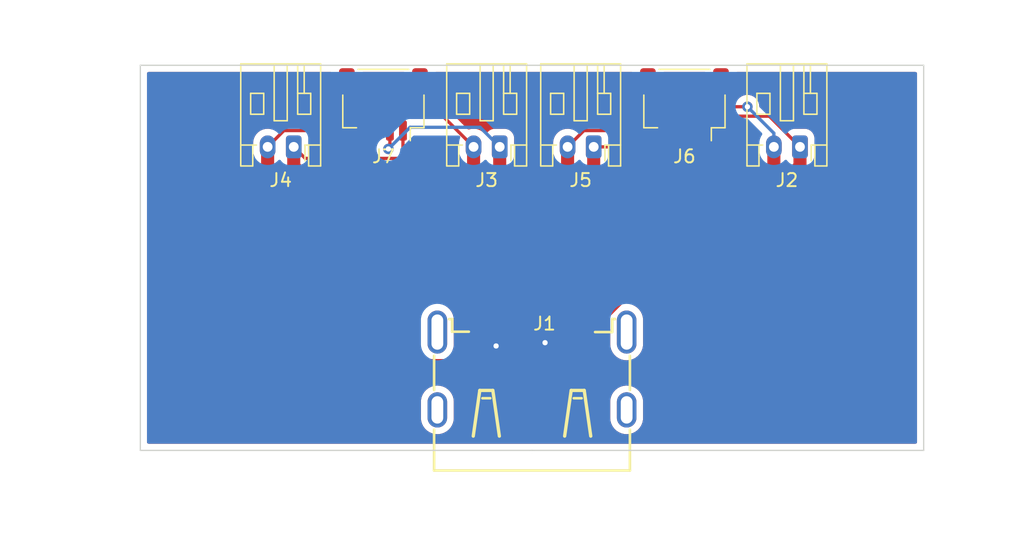
<source format=kicad_pcb>
(kicad_pcb (version 20211014) (generator pcbnew)
  (layers (0 "F.Cu" signal) (31 "B.Cu" signal) (34 "B.Paste" user) (35 "F.Paste" user) (36 "B.SilkS" user "B.Silkscreen") (37 "F.SilkS" user "F.Silkscreen") (38 "B.Mask" user) (39 "F.Mask" user) (44 "Edge.Cuts" user))
  (net 0 "")
  (net 1 "Net-(J1-Pad1)")
  (net 2 "GND")
  (net 3 "Net-(J1-Pad3)")
  (net 4 "Net-(J1-Pad4)")
  (net 5 "Net-(J1-Pad6)")
  (net 6 "Net-(J1-Pad7)")
  (net 7 "Net-(J1-Pad9)")
  (net 8 "Net-(J1-Pad10)")
  (net 9 "Net-(J1-Pad12)")
  (footprint "Connector_JST:JST_PH_S2B-PH-K_1x02_P2.00mm_Horizontal" (layer "F.Cu") (at -2.474 -16.75 180)
    (fp_text reference "J3" (at 1 -2.55) (layer "F.SilkS"))
    (fp_text value "Conn_01x02")
    (fp_line (start -1.14 -1.46) (end -2.06 -1.46) (layer "F.SilkS") (width 0.12))
    (fp_line (start -0.3 2.5) (end -1.3 2.5) (layer "F.SilkS") (width 0.12))
    (fp_line (start 4.06 6.36) (end 4.06 -1.46) (layer "F.SilkS") (width 0.12))
    (fp_line (start -0.86 0.14) (end -1.14 0.14) (layer "F.SilkS") (width 0.12))
    (fp_line (start 2.3 2.5) (end 3.3 2.5) (layer "F.SilkS") (width 0.12))
    (fp_line (start -0.86 0.14) (end -0.86 -1.075) (layer "F.SilkS") (width 0.12))
    (fp_line (start 1.5 2) (end 1.5 6.36) (layer "F.SilkS") (width 0.12))
    (fp_line (start 3.3 4.1) (end 2.3 4.1) (layer "F.SilkS") (width 0.12))
    (fp_line (start 0.5 2) (end 1.5 2) (layer "F.SilkS") (width 0.12))
    (fp_line (start -0.3 4.1) (end -0.3 2.5) (layer "F.SilkS") (width 0.12))
    (fp_line (start 2.3 4.1) (end 2.3 2.5) (layer "F.SilkS") (width 0.12))
    (fp_line (start -1.3 2.5) (end -1.3 4.1) (layer "F.SilkS") (width 0.12))
    (fp_line (start -1.14 0.14) (end -1.14 -1.46) (layer "F.SilkS") (width 0.12))
    (fp_line (start -2.06 0.14) (end -1.14 0.14) (layer "F.SilkS") (width 0.12))
    (fp_line (start 3.14 -1.46) (end 3.14 0.14) (layer "F.SilkS") (width 0.12))
    (fp_line (start 3.3 2.5) (end 3.3 4.1) (layer "F.SilkS") (width 0.12))
    (fp_line (start 3.14 0.14) (end 2.86 0.14) (layer "F.SilkS") (width 0.12))
    (fp_line (start -1.3 4.1) (end -0.3 4.1) (layer "F.SilkS") (width 0.12))
    (fp_line (start 4.06 0.14) (end 3.14 0.14) (layer "F.SilkS") (width 0.12))
    (fp_line (start -0.8 4.1) (end -0.8 6.36) (layer "F.SilkS") (width 0.12))
    (fp_line (start -2.06 6.36) (end 4.06 6.36) (layer "F.SilkS") (width 0.12))
    (fp_line (start -0.3 4.1) (end -0.3 6.36) (layer "F.SilkS") (width 0.12))
    (fp_line (start -2.06 -1.46) (end -2.06 6.36) (layer "F.SilkS") (width 0.12))
    (fp_line (start 0.5 6.36) (end 0.5 2) (layer "F.SilkS") (width 0.12))
    (fp_line (start 4.06 -1.46) (end 3.14 -1.46) (layer "F.SilkS") (width 0.12))
    (pad "1" thru_hole roundrect (at 0 0 180) (size 1.2 1.75) (drill 0.75) (layers *.Cu *.Mask) (roundrect_rratio 0.2083333333) (net 6 "Net-(J1-Pad7)"))
    (pad "2" thru_hole oval (at 2 0 180) (size 1.2 1.75) (drill 0.75) (layers *.Cu *.Mask) (net 7 "Net-(J1-Pad9)"))
  )
  (footprint "Connector_JST:JST_PH_S2B-PH-K_1x02_P2.00mm_Horizontal" (layer "F.Cu") (at 4.726 -16.75 180)
    (fp_text reference "J5" (at 1 -2.55) (layer "F.SilkS"))
    (fp_text value "Conn_01x02")
    (fp_line (start 4.06 6.36) (end 4.06 -1.46) (layer "F.SilkS") (width 0.12))
    (fp_line (start 3.3 2.5) (end 3.3 4.1) (layer "F.SilkS") (width 0.12))
    (fp_line (start -1.14 0.14) (end -1.14 -1.46) (layer "F.SilkS") (width 0.12))
    (fp_line (start 0.5 6.36) (end 0.5 2) (layer "F.SilkS") (width 0.12))
    (fp_line (start -2.06 6.36) (end 4.06 6.36) (layer "F.SilkS") (width 0.12))
    (fp_line (start 2.3 2.5) (end 3.3 2.5) (layer "F.SilkS") (width 0.12))
    (fp_line (start -1.3 2.5) (end -1.3 4.1) (layer "F.SilkS") (width 0.12))
    (fp_line (start 4.06 0.14) (end 3.14 0.14) (layer "F.SilkS") (width 0.12))
    (fp_line (start 3.3 4.1) (end 2.3 4.1) (layer "F.SilkS") (width 0.12))
    (fp_line (start -0.3 2.5) (end -1.3 2.5) (layer "F.SilkS") (width 0.12))
    (fp_line (start -0.86 0.14) (end -0.86 -1.075) (layer "F.SilkS") (width 0.12))
    (fp_line (start -0.8 4.1) (end -0.8 6.36) (layer "F.SilkS") (width 0.12))
    (fp_line (start -0.3 4.1) (end -0.3 6.36) (layer "F.SilkS") (width 0.12))
    (fp_line (start -0.86 0.14) (end -1.14 0.14) (layer "F.SilkS") (width 0.12))
    (fp_line (start 0.5 2) (end 1.5 2) (layer "F.SilkS") (width 0.12))
    (fp_line (start -1.3 4.1) (end -0.3 4.1) (layer "F.SilkS") (width 0.12))
    (fp_line (start -2.06 -1.46) (end -2.06 6.36) (layer "F.SilkS") (width 0.12))
    (fp_line (start 3.14 0.14) (end 2.86 0.14) (layer "F.SilkS") (width 0.12))
    (fp_line (start 3.14 -1.46) (end 3.14 0.14) (layer "F.SilkS") (width 0.12))
    (fp_line (start -0.3 4.1) (end -0.3 2.5) (layer "F.SilkS") (width 0.12))
    (fp_line (start -2.06 0.14) (end -1.14 0.14) (layer "F.SilkS") (width 0.12))
    (fp_line (start 4.06 -1.46) (end 3.14 -1.46) (layer "F.SilkS") (width 0.12))
    (fp_line (start 2.3 4.1) (end 2.3 2.5) (layer "F.SilkS") (width 0.12))
    (fp_line (start -1.14 -1.46) (end -2.06 -1.46) (layer "F.SilkS") (width 0.12))
    (fp_line (start 1.5 2) (end 1.5 6.36) (layer "F.SilkS") (width 0.12))
    (pad "1" thru_hole roundrect (at 0 0 180) (size 1.2 1.75) (drill 0.75) (layers *.Cu *.Mask) (roundrect_rratio 0.2083333333) (net 4 "Net-(J1-Pad4)"))
    (pad "2" thru_hole oval (at 2 0 180) (size 1.2 1.75) (drill 0.75) (layers *.Cu *.Mask) (net 5 "Net-(J1-Pad6)"))
  )
  (footprint "Connector_JST:JST_SH_SM04B-SRSS-TB_1x04-1MP_P1.00mm_Horizontal" (layer "F.Cu") (at 11.676 -20 180)
    (fp_text reference "J6" (at 0 -3.98) (layer "F.SilkS"))
    (fp_text value "Conn_01x04")
    (fp_line (start -2.06 -1.785) (end -2.06 -2.775) (layer "F.SilkS") (width 0.12))
    (fp_line (start -3.11 0.715) (end -3.11 -1.785) (layer "F.SilkS") (width 0.12))
    (fp_line (start -3.11 -1.785) (end -2.06 -1.785) (layer "F.SilkS") (width 0.12))
    (fp_line (start -1.94 2.685) (end 1.94 2.685) (layer "F.SilkS") (width 0.12))
    (fp_line (start 3.11 -1.785) (end 2.06 -1.785) (layer "F.SilkS") (width 0.12))
    (fp_line (start 3.11 0.715) (end 3.11 -1.785) (layer "F.SilkS") (width 0.12))
    (pad "1" smd roundrect (at -1.5 -2 180) (size 0.6 1.55) (layers "F.Cu" "F.Paste" "F.Mask") (net 4 "Net-(J1-Pad4)"))
    (pad "2" smd roundrect (at -0.5 -2 180) (size 0.6 1.55) (layers "F.Cu" "F.Paste" "F.Mask") (net 1 "Net-(J1-Pad1)"))
    (pad "3" smd roundrect (at 0.5 -2 180) (size 0.6 1.55) (layers "F.Cu" "F.Paste" "F.Mask") (net 3 "Net-(J1-Pad3)"))
    (pad "4" smd roundrect (at 1.5 -2 180) (size 0.6 1.55) (layers "F.Cu" "F.Paste" "F.Mask") (net 5 "Net-(J1-Pad6)"))
    (pad "MP" smd roundrect (at -2.8 1.875 180) (size 1.2 1.8) (layers "F.Cu" "F.Paste" "F.Mask") (roundrect_rratio 0.2083333333))
    (pad "MP" smd roundrect (at 2.8 1.875 180) (size 1.2 1.8) (layers "F.Cu" "F.Paste" "F.Mask") (roundrect_rratio 0.2083333333))
  )
  (footprint "Connector_JST:JST_PH_S2B-PH-K_1x02_P2.00mm_Horizontal" (layer "F.Cu") (at -18.25 -16.75 180)
    (fp_text reference "J4" (at 1 -2.55) (layer "F.SilkS"))
    (fp_text value "Conn_01x02")
    (fp_line (start -2.06 0.14) (end -1.14 0.14) (layer "F.SilkS") (width 0.12))
    (fp_line (start -0.86 0.14) (end -1.14 0.14) (layer "F.SilkS") (width 0.12))
    (fp_line (start 0.5 2) (end 1.5 2) (layer "F.SilkS") (width 0.12))
    (fp_line (start 2.3 2.5) (end 3.3 2.5) (layer "F.SilkS") (width 0.12))
    (fp_line (start -1.14 -1.46) (end -2.06 -1.46) (layer "F.SilkS") (width 0.12))
    (fp_line (start 4.06 6.36) (end 4.06 -1.46) (layer "F.SilkS") (width 0.12))
    (fp_line (start 4.06 -1.46) (end 3.14 -1.46) (layer "F.SilkS") (width 0.12))
    (fp_line (start 3.3 4.1) (end 2.3 4.1) (layer "F.SilkS") (width 0.12))
    (fp_line (start -1.3 4.1) (end -0.3 4.1) (layer "F.SilkS") (width 0.12))
    (fp_line (start 0.5 6.36) (end 0.5 2) (layer "F.SilkS") (width 0.12))
    (fp_line (start -0.3 4.1) (end -0.3 6.36) (layer "F.SilkS") (width 0.12))
    (fp_line (start 3.3 2.5) (end 3.3 4.1) (layer "F.SilkS") (width 0.12))
    (fp_line (start -0.3 4.1) (end -0.3 2.5) (layer "F.SilkS") (width 0.12))
    (fp_line (start 3.14 -1.46) (end 3.14 0.14) (layer "F.SilkS") (width 0.12))
    (fp_line (start 2.3 4.1) (end 2.3 2.5) (layer "F.SilkS") (width 0.12))
    (fp_line (start -1.14 0.14) (end -1.14 -1.46) (layer "F.SilkS") (width 0.12))
    (fp_line (start -0.3 2.5) (end -1.3 2.5) (layer "F.SilkS") (width 0.12))
    (fp_line (start -2.06 6.36) (end 4.06 6.36) (layer "F.SilkS") (width 0.12))
    (fp_line (start -0.8 4.1) (end -0.8 6.36) (layer "F.SilkS") (width 0.12))
    (fp_line (start 4.06 0.14) (end 3.14 0.14) (layer "F.SilkS") (width 0.12))
    (fp_line (start -0.86 0.14) (end -0.86 -1.075) (layer "F.SilkS") (width 0.12))
    (fp_line (start -1.3 2.5) (end -1.3 4.1) (layer "F.SilkS") (width 0.12))
    (fp_line (start -2.06 -1.46) (end -2.06 6.36) (layer "F.SilkS") (width 0.12))
    (fp_line (start 3.14 0.14) (end 2.86 0.14) (layer "F.SilkS") (width 0.12))
    (fp_line (start 1.5 2) (end 1.5 6.36) (layer "F.SilkS") (width 0.12))
    (pad "1" thru_hole roundrect (at 0 0 180) (size 1.2 1.75) (drill 0.75) (layers *.Cu *.Mask) (roundrect_rratio 0.2083333333) (net 8 "Net-(J1-Pad10)"))
    (pad "2" thru_hole oval (at 2 0 180) (size 1.2 1.75) (drill 0.75) (layers *.Cu *.Mask) (net 9 "Net-(J1-Pad12)"))
  )
  (footprint "Connector_JST:JST_SH_SM04B-SRSS-TB_1x04-1MP_P1.00mm_Horizontal" (layer "F.Cu") (at -11.384 -20 180)
    (fp_text reference "J7" (at 0 -3.98) (layer "F.SilkS"))
    (fp_text value "Conn_01x04")
    (fp_line (start 3.11 -1.785) (end 2.06 -1.785) (layer "F.SilkS") (width 0.12))
    (fp_line (start -2.06 -1.785) (end -2.06 -2.775) (layer "F.SilkS") (width 0.12))
    (fp_line (start -3.11 -1.785) (end -2.06 -1.785) (layer "F.SilkS") (width 0.12))
    (fp_line (start -1.94 2.685) (end 1.94 2.685) (layer "F.SilkS") (width 0.12))
    (fp_line (start -3.11 0.715) (end -3.11 -1.785) (layer "F.SilkS") (width 0.12))
    (fp_line (start 3.11 0.715) (end 3.11 -1.785) (layer "F.SilkS") (width 0.12))
    (pad "1" smd roundrect (at -1.5 -2 180) (size 0.6 1.55) (layers "F.Cu" "F.Paste" "F.Mask") (net 8 "Net-(J1-Pad10)"))
    (pad "2" smd roundrect (at -0.5 -2 180) (size 0.6 1.55) (layers "F.Cu" "F.Paste" "F.Mask") (net 6 "Net-(J1-Pad7)"))
    (pad "3" smd roundrect (at 0.5 -2 180) (size 0.6 1.55) (layers "F.Cu" "F.Paste" "F.Mask") (net 7 "Net-(J1-Pad9)"))
    (pad "4" smd roundrect (at 1.5 -2 180) (size 0.6 1.55) (layers "F.Cu" "F.Paste" "F.Mask") (net 9 "Net-(J1-Pad12)"))
    (pad "MP" smd roundrect (at -2.8 1.875 180) (size 1.2 1.8) (layers "F.Cu" "F.Paste" "F.Mask") (roundrect_rratio 0.2083333333))
    (pad "MP" smd roundrect (at 2.8 1.875 180) (size 1.2 1.8) (layers "F.Cu" "F.Paste" "F.Mask") (roundrect_rratio 0.2083333333))
  )
  (footprint "Connector_JST:JST_PH_S2B-PH-K_1x02_P2.00mm_Horizontal" (layer "F.Cu") (at 20.526 -16.75 180)
    (fp_text reference "J2" (at 1 -2.55) (layer "F.SilkS"))
    (fp_text value "Conn_01x02")
    (fp_line (start 2.3 4.1) (end 2.3 2.5) (layer "F.SilkS") (width 0.12))
    (fp_line (start -0.86 0.14) (end -1.14 0.14) (layer "F.SilkS") (width 0.12))
    (fp_line (start 3.3 4.1) (end 2.3 4.1) (layer "F.SilkS") (width 0.12))
    (fp_line (start 0.5 2) (end 1.5 2) (layer "F.SilkS") (width 0.12))
    (fp_line (start -0.3 4.1) (end -0.3 6.36) (layer "F.SilkS") (width 0.12))
    (fp_line (start 3.3 2.5) (end 3.3 4.1) (layer "F.SilkS") (width 0.12))
    (fp_line (start 2.3 2.5) (end 3.3 2.5) (layer "F.SilkS") (width 0.12))
    (fp_line (start 4.06 6.36) (end 4.06 -1.46) (layer "F.SilkS") (width 0.12))
    (fp_line (start 4.06 -1.46) (end 3.14 -1.46) (layer "F.SilkS") (width 0.12))
    (fp_line (start -0.3 2.5) (end -1.3 2.5) (layer "F.SilkS") (width 0.12))
    (fp_line (start -1.14 -1.46) (end -2.06 -1.46) (layer "F.SilkS") (width 0.12))
    (fp_line (start -0.86 0.14) (end -0.86 -1.075) (layer "F.SilkS") (width 0.12))
    (fp_line (start -1.14 0.14) (end -1.14 -1.46) (layer "F.SilkS") (width 0.12))
    (fp_line (start 1.5 2) (end 1.5 6.36) (layer "F.SilkS") (width 0.12))
    (fp_line (start -2.06 0.14) (end -1.14 0.14) (layer "F.SilkS") (width 0.12))
    (fp_line (start 4.06 0.14) (end 3.14 0.14) (layer "F.SilkS") (width 0.12))
    (fp_line (start -0.3 4.1) (end -0.3 2.5) (layer "F.SilkS") (width 0.12))
    (fp_line (start -0.8 4.1) (end -0.8 6.36) (layer "F.SilkS") (width 0.12))
    (fp_line (start -2.06 -1.46) (end -2.06 6.36) (layer "F.SilkS") (width 0.12))
    (fp_line (start -1.3 2.5) (end -1.3 4.1) (layer "F.SilkS") (width 0.12))
    (fp_line (start -1.3 4.1) (end -0.3 4.1) (layer "F.SilkS") (width 0.12))
    (fp_line (start -2.06 6.36) (end 4.06 6.36) (layer "F.SilkS") (width 0.12))
    (fp_line (start 3.14 -1.46) (end 3.14 0.14) (layer "F.SilkS") (width 0.12))
    (fp_line (start 3.14 0.14) (end 2.86 0.14) (layer "F.SilkS") (width 0.12))
    (fp_line (start 0.5 6.36) (end 0.5 2) (layer "F.SilkS") (width 0.12))
    (pad "1" thru_hole roundrect (at 0 0 180) (size 1.2 1.75) (drill 0.75) (layers *.Cu *.Mask) (roundrect_rratio 0.2083333333) (net 1 "Net-(J1-Pad1)"))
    (pad "2" thru_hole oval (at 2 0 180) (size 1.2 1.75) (drill 0.75) (layers *.Cu *.Mask) (net 3 "Net-(J1-Pad3)"))
  )
  (footprint "0_15Pin_FootprintsLib:HDMI-SMD_HDMI-019S" (layer "F.Cu") (at 0 0)
    (fp_text reference "J1" (at 0 -3.207) (layer "F.SilkS") (effects (justify left)))
    (fp_text value "HDMI_A")
    (fp_line (start -3 1.904) (end -4 1.904) (layer "F.SilkS") (width 0.254))
    (fp_line (start -7.5 1.875) (end -7.5 -0.743) (layer "F.SilkS") (width 0.2))
    (fp_line (start 6.08 -2.575) (end 6.145 -2.575) (layer "F.SilkS") (width 0.2))
    (fp_line (start 7.5 8.036) (end 7.5 4.917) (layer "F.SilkS") (width 0.2))
    (fp_line (start 6.08 -2.565) (end 6.08 -2.575) (layer "F.SilkS") (width 0.2))
    (fp_line (start 4.83 -2.565) (end 6.08 -2.565) (layer "F.SilkS") (width 0.2))
    (fp_line (start -7.5 8.036) (end -7.5 4.917) (layer "F.SilkS") (width 0.2))
    (fp_line (start 3.2 2.504) (end 3.8 2.504) (layer "F.SilkS") (width 0.2))
    (fp_line (start 4 1.904) (end 4.5 5.404) (layer "F.SilkS") (width 0.254))
    (fp_line (start 6.145 -3.563) (end 6.352 -3.563) (layer "F.SilkS") (width 0.2))
    (fp_line (start -3.2 2.504) (end -3.8 2.504) (layer "F.SilkS") (width 0.2))
    (fp_line (start -6.12 -2.592) (end -4.837 -2.592) (layer "F.SilkS") (width 0.2))
    (fp_line (start 3 1.904) (end 4 1.904) (layer "F.SilkS") (width 0.254))
    (fp_line (start 7.5 1.876) (end 7.5 -0.743) (layer "F.SilkS") (width 0.2))
    (fp_line (start 2.5 5.404) (end 3 1.904) (layer "F.SilkS") (width 0.254))
    (fp_line (start -6.12 -3.545) (end -6.12 -2.592) (layer "F.SilkS") (width 0.2))
    (fp_line (start -7.5 8.036) (end 7.5 8.036) (layer "F.SilkS") (width 0.2))
    (fp_line (start 6.352 -3.563) (end 6.352 -3.556) (layer "F.SilkS") (width 0.2))
    (fp_line (start 6.145 -2.575) (end 6.145 -3.563) (layer "F.SilkS") (width 0.2))
    (fp_line (start -6.107 -3.557) (end -6.107 -3.545) (layer "F.SilkS") (width 0.2))
    (fp_line (start -4 1.904) (end -4.5 5.404) (layer "F.SilkS") (width 0.254))
    (fp_line (start -6.107 -3.545) (end -6.12 -3.545) (layer "F.SilkS") (width 0.2))
    (fp_line (start -2.5 5.404) (end -3 1.904) (layer "F.SilkS") (width 0.254))
    (fp_line (start -6.35 -3.557) (end -6.107 -3.557) (layer "F.SilkS") (width 0.2))
    (pad "1" smd oval (at 4.501 -3.396) (size 0.25 2.4) (layers "F.Cu" "F.Paste" "F.Mask") (net 1 "Net-(J1-Pad1)"))
    (pad "2" smd oval (at 4.001 -3.396) (size 0.25 2.4) (layers "F.Cu" "F.Paste" "F.Mask") (net 2 "GND"))
    (pad "3" smd oval (at 3.501 -3.396) (size 0.25 2.4) (layers "F.Cu" "F.Paste" "F.Mask") (net 3 "Net-(J1-Pad3)"))
    (pad "4" smd oval (at 3.001 -3.396) (size 0.25 2.4) (layers "F.Cu" "F.Paste" "F.Mask") (net 4 "Net-(J1-Pad4)"))
    (pad "5" smd oval (at 2.5 -3.396) (size 0.25 2.4) (layers "F.Cu" "F.Paste" "F.Mask") (net 2 "GND"))
    (pad "6" smd oval (at 2 -3.396) (size 0.25 2.4) (layers "F.Cu" "F.Paste" "F.Mask") (net 5 "Net-(J1-Pad6)"))
    (pad "7" smd oval (at 1.5 -3.396) (size 0.25 2.4) (layers "F.Cu" "F.Paste" "F.Mask") (net 6 "Net-(J1-Pad7)"))
    (pad "8" smd oval (at 1 -3.396) (size 0.25 2.4) (layers "F.Cu" "F.Paste" "F.Mask") (net 2 "GND"))
    (pad "9" smd oval (at 0.5 -3.396) (size 0.25 2.4) (layers "F.Cu" "F.Paste" "F.Mask") (net 7 "Net-(J1-Pad9)"))
    (pad "10" smd oval (at 0 -3.396) (size 0.25 2.4) (layers "F.Cu" "F.Paste" "F.Mask") (net 8 "Net-(J1-Pad10)"))
    (pad "11" smd oval (at -0.5 -3.396) (size 0.25 2.4) (layers "F.Cu" "F.Paste" "F.Mask") (net 2 "GND"))
    (pad "12" smd oval (at -1 -3.396) (size 0.25 2.4) (layers "F.Cu" "F.Paste" "F.Mask") (net 9 "Net-(J1-Pad12)"))
    (pad "13" smd oval (at -1.5 -3.396) (size 0.25 2.4) (layers "F.Cu" "F.Paste" "F.Mask"))
    (pad "14" smd oval (at -2 -3.396) (size 0.25 2.4) (layers "F.Cu" "F.Paste" "F.Mask"))
    (pad "15" smd oval (at -2.5 -3.396) (size 0.25 2.4) (layers "F.Cu" "F.Paste" "F.Mask"))
    (pad "16" smd oval (at -3.001 -3.396) (size 0.25 2.4) (layers "F.Cu" "F.Paste" "F.Mask"))
    (pad "17" smd oval (at -3.501 -3.396) (size 0.25 2.4) (layers "F.Cu" "F.Paste" "F.Mask") (net 2 "GND"))
    (pad "18" smd oval (at -4.001 -3.396) (size 0.25 2.4) (layers "F.Cu" "F.Paste" "F.Mask"))
    (pad "19" smd oval (at -4.501 -3.396) (size 0.25 2.4) (layers "F.Cu" "F.Paste" "F.Mask"))
    (pad "20" thru_hole oval (at 7.25 3.396) (size 1.5 2.7) (drill oval 0.9 2.1) (layers *.Cu *.Mask))
    (pad "21" thru_hole oval (at -7.25 3.396) (size 1.5 2.7) (drill oval 0.9 2.1) (layers *.Cu *.Mask))
    (pad "22" thru_hole oval (at 7.25 -2.564) (size 1.5 3.3) (drill oval 0.9 2.7) (layers *.Cu *.Mask))
    (pad "23" thru_hole oval (at -7.25 -2.564) (size 1.5 3.3) (drill oval 0.9 2.7) (layers *.Cu *.Mask))
  )
  (gr_line (start -30 -23) (end 30 -23) (layer "Edge.Cuts") (width 0.1))
  (gr_line (start 30 6.5) (end 30 -23) (layer "Edge.Cuts") (width 0.1))
  (gr_line (start 0 6.5) (end -30 6.5) (layer "Edge.Cuts") (width 0.1))
  (gr_line (start 0 6.5) (end 30 6.5) (layer "Edge.Cuts") (width 0.1))
  (gr_line (start -30 -23) (end -30 6.5) (layer "Edge.Cuts") (width 0.1))
  (segment (start 12.176 -18.446072) (end 12.829448 -19.09952) (width 0.25) (layer "F.Cu") (net 1))
  (segment (start 20.526 -15.276) (end 17.5 -12.25) (width 1) (layer "F.Cu") (net 1))
  (segment (start 12.176 -18) (end 12.176 -18.446072) (width 0.25) (layer "F.Cu") (net 1))
  (segment (start 20.526 -16.75) (end 20.526 -15.276) (width 1) (layer "F.Cu") (net 1))
  (segment (start 13.75 -12.25) (end 4.896 -3.396) (width 1) (layer "F.Cu") (net 1))
  (segment (start 18.17648 -19.09952) (end 20.526 -16.75) (width 0.25) (layer "F.Cu") (net 1))
  (segment (start 4.896 -3.396) (end 4.82552 -3.396) (width 1) (layer "F.Cu") (net 1))
  (segment (start 17.5 -12.25) (end 13.75 -12.25) (width 1) (layer "F.Cu") (net 1))
  (segment (start 12.829448 -19.09952) (end 18.17648 -19.09952) (width 0.25) (layer "F.Cu") (net 1))
  (segment (start 4.001 -3.396) (end 4.001 -1.751) (width 0.25) (layer "F.Cu") (net 2))
  (segment (start -0.5 -3.396) (end -0.5 -2.166048) (width 0.25) (layer "F.Cu") (net 2))
  (segment (start 4.001 -1.751) (end 3.249 -1.751) (width 0.25) (layer "F.Cu") (net 2))
  (segment (start -0.5 -2.166048) (end -0.084952 -1.751) (width 0.25) (layer "F.Cu") (net 2))
  (segment (start -0.084952 -1.751) (end 0.999 -1.751) (width 0.25) (layer "F.Cu") (net 2))
  (segment (start -3.501 -1.946) (end -3.055 -1.5) (width 0.25) (layer "F.Cu") (net 2))
  (segment (start 2.833323 -1.751) (end 2.5 -2.084323) (width 0.25) (layer "F.Cu") (net 2))
  (segment (start 0.999 -1.751) (end 1.499 -1.751) (width 0.25) (layer "F.Cu") (net 2))
  (segment (start -3.501 -3.396) (end -3.501 -1.946) (width 0.25) (layer "F.Cu") (net 2))
  (segment (start 1.499 -1.751) (end 3.249 -1.751) (width 0.25) (layer "F.Cu") (net 2))
  (segment (start 1.195 -1.751) (end 1.499 -1.751) (width 0.25) (layer "F.Cu") (net 2))
  (segment (start 1 -1.946) (end 1.195 -1.751) (width 0.25) (layer "F.Cu") (net 2))
  (segment (start 3.249 -1.751) (end 2.833323 -1.751) (width 0.25) (layer "F.Cu") (net 2))
  (segment (start 1 -3.396) (end 1 -1.946) (width 0.25) (layer "F.Cu") (net 2))
  (segment (start -3.055 -1.5) (end -2.75 -1.5) (width 0.25) (layer "F.Cu") (net 2))
  (segment (start 2.5 -2.084323) (end 2.5 -3.396) (width 0.25) (layer "F.Cu") (net 2))
  (via (at -2.75 -1.5) (size 0.8) (drill 0.4) (layers "F.Cu" "B.Cu") (net 2))
  (via (at 0.999 -1.751) (size 0.8) (drill 0.4) (layers "F.Cu" "B.Cu") (net 2))
  (segment (start 0.248 -1) (end 0.999 -1.751) (width 0.25) (layer "B.Cu") (net 2))
  (segment (start -2.75 -1.5) (end -2.25 -1) (width 0.25) (layer "B.Cu") (net 2))
  (segment (start -2.25 -1) (end 0.248 -1) (width 0.25) (layer "B.Cu") (net 2))
  (segment (start 16.69952 -13.44952) (end 13.253143 -13.44952) (width 1) (layer "F.Cu") (net 3))
  (segment (start 18.526 -15.276) (end 16.69952 -13.44952) (width 1) (layer "F.Cu") (net 3))
  (segment (start 3.501 -5.751) (end 3.82552 -6.07552) (width 0.25) (layer "F.Cu") (net 3))
  (segment (start 11.176 -18) (end 11.176 -18.446072) (width 0.25) (layer "F.Cu") (net 3))
  (segment (start 3.501 -3.396) (end 3.501 -5.751) (width 0.25) (layer "F.Cu") (net 3))
  (segment (start 12.553948 -19.82402) (end 16.5 -19.82402) (width 0.25) (layer "F.Cu") (net 3))
  (segment (start 11.19952 -13.44952) (end 3.82552 -6.07552) (width 1) (layer "F.Cu") (net 3))
  (segment (start 18.526 -16.75) (end 18.526 -15.276) (width 1) (layer "F.Cu") (net 3))
  (segment (start 13.253143 -13.44952) (end 11.19952 -13.44952) (width 1) (layer "F.Cu") (net 3))
  (segment (start 11.176 -18.446072) (end 12.553948 -19.82402) (width 0.25) (layer "F.Cu") (net 3))
  (via (at 16.5 -19.82402) (size 0.8) (drill 0.4) (layers "F.Cu" "B.Cu") (net 3))
  (segment (start 16.5 -19.82402) (end 18.526 -17.79802) (width 0.25) (layer "B.Cu") (net 3))
  (segment (start 18.526 -17.79802) (end 18.526 -16.75) (width 0.25) (layer "B.Cu") (net 3))
  (segment (start 4.726 -16.75) (end 4.726 -8.672378) (width 1) (layer "F.Cu") (net 4))
  (segment (start 3.001 -6.947378) (end 3.276811 -7.223189) (width 0.25) (layer "F.Cu") (net 4))
  (segment (start 3.001 -3.396) (end 3.001 -6.947378) (width 0.25) (layer "F.Cu") (net 4))
  (segment (start 13.176 -16.824) (end 13.102 -16.75) (width 0.25) (layer "F.Cu") (net 4))
  (segment (start 13.102 -16.75) (end 4.726 -16.75) (width 0.25) (layer "F.Cu") (net 4))
  (segment (start 13.176 -18) (end 13.176 -16.824) (width 0.25) (layer "F.Cu") (net 4))
  (segment (start 4.726 -8.672378) (end 3.276811 -7.223189) (width 1) (layer "F.Cu") (net 4))
  (segment (start 2.726 -16.75) (end 2.726 -8.976) (width 1) (layer "F.Cu") (net 5))
  (segment (start 2 -8.25) (end 2.726 -8.976) (width 0.25) (layer "F.Cu") (net 5))
  (segment (start 2.726 -8.976) (end 2.077291 -8.327291) (width 1) (layer "F.Cu") (net 5))
  (segment (start 2 -3.396) (end 2 -8.25) (width 0.25) (layer "F.Cu") (net 5))
  (segment (start 10.176 -18) (end 3.976 -18) (width 0.25) (layer "F.Cu") (net 5))
  (segment (start 3.976 -18) (end 2.726 -16.75) (width 0.25) (layer "F.Cu") (net 5))
  (segment (start -2.474 -16.75) (end -2.474 -14.224) (width 1) (layer "F.Cu") (net 6))
  (segment (start 0.877771 -10.872229) (end 0.877771 -8.5) (width 1) (layer "F.Cu") (net 6))
  (segment (start 0.877771 -7.969671) (end 0.877771 -8.5) (width 0.25) (layer "F.Cu") (net 6))
  (segment (start -10.884 -18) (end -10.884 -16.7065) (width 0.25) (layer "F.Cu") (net 6))
  (segment (start 1.5 -3.396) (end 1.5 -7.347442) (width 0.25) (layer "F.Cu") (net 6))
  (segment (start 1.5 -7.347442) (end 0.877771 -7.969671) (width 0.25) (layer "F.Cu") (net 6))
  (segment (start -10.884 -16.7065) (end -11 -16.5905) (width 0.25) (layer "F.Cu") (net 6))
  (segment (start -2.474 -14.224) (end 0.877771 -10.872229) (width 1) (layer "F.Cu") (net 6))
  (via (at -11 -16.5905) (size 0.8) (drill 0.4) (layers "F.Cu" "B.Cu") (net 6))
  (segment (start -9.3405 -18.25) (end -3.974 -18.25) (width 0.25) (layer "B.Cu") (net 6))
  (segment (start -11 -16.5905) (end -9.3405 -18.25) (width 0.25) (layer "B.Cu") (net 6))
  (segment (start -3.974 -18.25) (end -2.474 -16.75) (width 0.25) (layer "B.Cu") (net 6))
  (segment (start -0.321749 -8.003143) (end 0.090697 -7.590697) (width 1) (layer "F.Cu") (net 7))
  (segment (start -0.321749 -10.375372) (end -0.321749 -8.003143) (width 1) (layer "F.Cu") (net 7))
  (segment (start -7.09 -19.366) (end -4.474 -16.75) (width 0.25) (layer "F.Cu") (net 7))
  (segment (start -4.474 -14.527623) (end -0.321749 -10.375372) (width 1) (layer "F.Cu") (net 7))
  (segment (start 0.5 -7.181394) (end 0.090697 -7.590697) (width 0.3) (layer "F.Cu") (net 7))
  (segment (start 0.5 -3.396) (end 0.5 -7.181394) (width 0.35) (layer "F.Cu") (net 7))
  (segment (start -11.884 -18) (end -11.884 -19.366) (width 0.25) (layer "F.Cu") (net 7))
  (segment (start -11.884 -19.366) (end -7.09 -19.366) (width 0.25) (layer "F.Cu") (net 7))
  (segment (start -4.474 -16.75) (end -4.474 -14.527623) (width 1) (layer "F.Cu") (net 7))
  (segment (start -9.884 -18) (end -9.884 -15.866) (width 0.25) (layer "F.Cu") (net 8))
  (segment (start -17.366 -15.866) (end -18.25 -16.75) (width 0.25) (layer "F.Cu") (net 8))
  (segment (start -18.25 -16.75) (end -18.25 -15.25) (width 1) (layer "F.Cu") (net 8))
  (segment (start -18.25 -15.25) (end -8.75 -5.75) (width 1) (layer "F.Cu") (net 8))
  (segment (start 0 -5.25) (end -0.5 -5.75) (width 0.25) (layer "F.Cu") (net 8))
  (segment (start -8.75 -5.75) (end -0.5 -5.75) (width 1) (layer "F.Cu") (net 8))
  (segment (start 0 -3.396) (end 0 -5.25) (width 0.25) (layer "F.Cu") (net 8))
  (segment (start -9.884 -15.866) (end -17.366 -15.866) (width 0.25) (layer "F.Cu") (net 8))
  (segment (start -1 -3.396) (end -1 -1.5) (width 0.25) (layer "F.Cu") (net 9))
  (segment (start -20.25 -16.75) (end -20.25 -8.25) (width 1) (layer "F.Cu") (net 9))
  (segment (start -19 -18) (end -20.25 -16.75) (width 0.25) (layer "F.Cu") (net 9))
  (segment (start -12 0) (end -2.5 0) (width 1) (layer "F.Cu") (net 9))
  (segment (start -2.5 0) (end -1 -1.5) (width 1) (layer "F.Cu") (net 9))
  (segment (start -12.884 -18) (end -19 -18) (width 0.25) (layer "F.Cu") (net 9))
  (segment (start -20.25 -8.25) (end -12 0) (width 1) (layer "F.Cu") (net 9))
  (zone (net 2) (net_name "GND") (layer "F.Cu") (connect_pads (clearance 0.508)) (min_thickness 0.254) (fill yes (thermal_gap 0.508) (thermal_bridge_width 0.508))
    (polygon (pts (xy 37.689557 -27.808431) (xy 34 14.5) (xy -39 13.5) (xy -33 -28)))
  )
  (zone (net 2) (net_name "GND") (layer "B.Cu") (connect_pads (clearance 0.508)) (min_thickness 0.254) (fill yes (thermal_gap 0.508) (thermal_bridge_width 0.508))
    (polygon (pts (xy 37.5 -27) (xy 34 13.5) (xy -40.75 13.25) (xy -36 -28)))
  )
)
</source>
